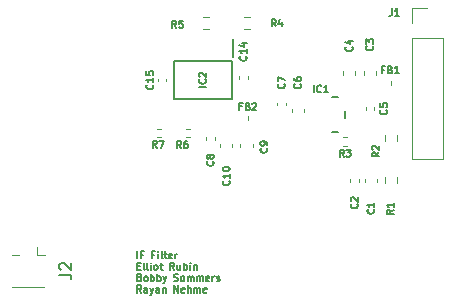
<source format=gbr>
%TF.GenerationSoftware,KiCad,Pcbnew,7.0.10*%
%TF.CreationDate,2024-02-25T20:31:22-06:00*%
%TF.ProjectId,IFBoard,4946426f-6172-4642-9e6b-696361645f70,rev?*%
%TF.SameCoordinates,Original*%
%TF.FileFunction,Legend,Top*%
%TF.FilePolarity,Positive*%
%FSLAX46Y46*%
G04 Gerber Fmt 4.6, Leading zero omitted, Abs format (unit mm)*
G04 Created by KiCad (PCBNEW 7.0.10) date 2024-02-25 20:31:22*
%MOMM*%
%LPD*%
G01*
G04 APERTURE LIST*
%ADD10C,0.150000*%
%ADD11C,0.050000*%
%ADD12C,0.152400*%
%ADD13C,0.120000*%
%ADD14C,0.200000*%
G04 APERTURE END LIST*
D10*
X113041541Y-125220771D02*
X113041541Y-124620771D01*
X113527255Y-124906485D02*
X113327255Y-124906485D01*
X113327255Y-125220771D02*
X113327255Y-124620771D01*
X113327255Y-124620771D02*
X113612969Y-124620771D01*
X114498684Y-124906485D02*
X114298684Y-124906485D01*
X114298684Y-125220771D02*
X114298684Y-124620771D01*
X114298684Y-124620771D02*
X114584398Y-124620771D01*
X114812970Y-125220771D02*
X114812970Y-124820771D01*
X114812970Y-124620771D02*
X114784398Y-124649342D01*
X114784398Y-124649342D02*
X114812970Y-124677914D01*
X114812970Y-124677914D02*
X114841541Y-124649342D01*
X114841541Y-124649342D02*
X114812970Y-124620771D01*
X114812970Y-124620771D02*
X114812970Y-124677914D01*
X115184398Y-125220771D02*
X115127255Y-125192200D01*
X115127255Y-125192200D02*
X115098684Y-125135057D01*
X115098684Y-125135057D02*
X115098684Y-124620771D01*
X115327255Y-124820771D02*
X115555827Y-124820771D01*
X115412970Y-124620771D02*
X115412970Y-125135057D01*
X115412970Y-125135057D02*
X115441541Y-125192200D01*
X115441541Y-125192200D02*
X115498684Y-125220771D01*
X115498684Y-125220771D02*
X115555827Y-125220771D01*
X115984398Y-125192200D02*
X115927255Y-125220771D01*
X115927255Y-125220771D02*
X115812970Y-125220771D01*
X115812970Y-125220771D02*
X115755827Y-125192200D01*
X115755827Y-125192200D02*
X115727255Y-125135057D01*
X115727255Y-125135057D02*
X115727255Y-124906485D01*
X115727255Y-124906485D02*
X115755827Y-124849342D01*
X115755827Y-124849342D02*
X115812970Y-124820771D01*
X115812970Y-124820771D02*
X115927255Y-124820771D01*
X115927255Y-124820771D02*
X115984398Y-124849342D01*
X115984398Y-124849342D02*
X116012970Y-124906485D01*
X116012970Y-124906485D02*
X116012970Y-124963628D01*
X116012970Y-124963628D02*
X115727255Y-125020771D01*
X116270113Y-125220771D02*
X116270113Y-124820771D01*
X116270113Y-124935057D02*
X116298684Y-124877914D01*
X116298684Y-124877914D02*
X116327256Y-124849342D01*
X116327256Y-124849342D02*
X116384398Y-124820771D01*
X116384398Y-124820771D02*
X116441541Y-124820771D01*
X113041541Y-125872485D02*
X113241541Y-125872485D01*
X113327255Y-126186771D02*
X113041541Y-126186771D01*
X113041541Y-126186771D02*
X113041541Y-125586771D01*
X113041541Y-125586771D02*
X113327255Y-125586771D01*
X113670112Y-126186771D02*
X113612969Y-126158200D01*
X113612969Y-126158200D02*
X113584398Y-126101057D01*
X113584398Y-126101057D02*
X113584398Y-125586771D01*
X113984398Y-126186771D02*
X113927255Y-126158200D01*
X113927255Y-126158200D02*
X113898684Y-126101057D01*
X113898684Y-126101057D02*
X113898684Y-125586771D01*
X114212970Y-126186771D02*
X114212970Y-125786771D01*
X114212970Y-125586771D02*
X114184398Y-125615342D01*
X114184398Y-125615342D02*
X114212970Y-125643914D01*
X114212970Y-125643914D02*
X114241541Y-125615342D01*
X114241541Y-125615342D02*
X114212970Y-125586771D01*
X114212970Y-125586771D02*
X114212970Y-125643914D01*
X114584398Y-126186771D02*
X114527255Y-126158200D01*
X114527255Y-126158200D02*
X114498684Y-126129628D01*
X114498684Y-126129628D02*
X114470112Y-126072485D01*
X114470112Y-126072485D02*
X114470112Y-125901057D01*
X114470112Y-125901057D02*
X114498684Y-125843914D01*
X114498684Y-125843914D02*
X114527255Y-125815342D01*
X114527255Y-125815342D02*
X114584398Y-125786771D01*
X114584398Y-125786771D02*
X114670112Y-125786771D01*
X114670112Y-125786771D02*
X114727255Y-125815342D01*
X114727255Y-125815342D02*
X114755827Y-125843914D01*
X114755827Y-125843914D02*
X114784398Y-125901057D01*
X114784398Y-125901057D02*
X114784398Y-126072485D01*
X114784398Y-126072485D02*
X114755827Y-126129628D01*
X114755827Y-126129628D02*
X114727255Y-126158200D01*
X114727255Y-126158200D02*
X114670112Y-126186771D01*
X114670112Y-126186771D02*
X114584398Y-126186771D01*
X114955826Y-125786771D02*
X115184398Y-125786771D01*
X115041541Y-125586771D02*
X115041541Y-126101057D01*
X115041541Y-126101057D02*
X115070112Y-126158200D01*
X115070112Y-126158200D02*
X115127255Y-126186771D01*
X115127255Y-126186771D02*
X115184398Y-126186771D01*
X116184398Y-126186771D02*
X115984398Y-125901057D01*
X115841541Y-126186771D02*
X115841541Y-125586771D01*
X115841541Y-125586771D02*
X116070112Y-125586771D01*
X116070112Y-125586771D02*
X116127255Y-125615342D01*
X116127255Y-125615342D02*
X116155826Y-125643914D01*
X116155826Y-125643914D02*
X116184398Y-125701057D01*
X116184398Y-125701057D02*
X116184398Y-125786771D01*
X116184398Y-125786771D02*
X116155826Y-125843914D01*
X116155826Y-125843914D02*
X116127255Y-125872485D01*
X116127255Y-125872485D02*
X116070112Y-125901057D01*
X116070112Y-125901057D02*
X115841541Y-125901057D01*
X116698684Y-125786771D02*
X116698684Y-126186771D01*
X116441541Y-125786771D02*
X116441541Y-126101057D01*
X116441541Y-126101057D02*
X116470112Y-126158200D01*
X116470112Y-126158200D02*
X116527255Y-126186771D01*
X116527255Y-126186771D02*
X116612969Y-126186771D01*
X116612969Y-126186771D02*
X116670112Y-126158200D01*
X116670112Y-126158200D02*
X116698684Y-126129628D01*
X116984398Y-126186771D02*
X116984398Y-125586771D01*
X116984398Y-125815342D02*
X117041541Y-125786771D01*
X117041541Y-125786771D02*
X117155826Y-125786771D01*
X117155826Y-125786771D02*
X117212969Y-125815342D01*
X117212969Y-125815342D02*
X117241541Y-125843914D01*
X117241541Y-125843914D02*
X117270112Y-125901057D01*
X117270112Y-125901057D02*
X117270112Y-126072485D01*
X117270112Y-126072485D02*
X117241541Y-126129628D01*
X117241541Y-126129628D02*
X117212969Y-126158200D01*
X117212969Y-126158200D02*
X117155826Y-126186771D01*
X117155826Y-126186771D02*
X117041541Y-126186771D01*
X117041541Y-126186771D02*
X116984398Y-126158200D01*
X117527255Y-126186771D02*
X117527255Y-125786771D01*
X117527255Y-125586771D02*
X117498683Y-125615342D01*
X117498683Y-125615342D02*
X117527255Y-125643914D01*
X117527255Y-125643914D02*
X117555826Y-125615342D01*
X117555826Y-125615342D02*
X117527255Y-125586771D01*
X117527255Y-125586771D02*
X117527255Y-125643914D01*
X117812969Y-125786771D02*
X117812969Y-126186771D01*
X117812969Y-125843914D02*
X117841540Y-125815342D01*
X117841540Y-125815342D02*
X117898683Y-125786771D01*
X117898683Y-125786771D02*
X117984397Y-125786771D01*
X117984397Y-125786771D02*
X118041540Y-125815342D01*
X118041540Y-125815342D02*
X118070112Y-125872485D01*
X118070112Y-125872485D02*
X118070112Y-126186771D01*
X113241541Y-126838485D02*
X113327255Y-126867057D01*
X113327255Y-126867057D02*
X113355826Y-126895628D01*
X113355826Y-126895628D02*
X113384398Y-126952771D01*
X113384398Y-126952771D02*
X113384398Y-127038485D01*
X113384398Y-127038485D02*
X113355826Y-127095628D01*
X113355826Y-127095628D02*
X113327255Y-127124200D01*
X113327255Y-127124200D02*
X113270112Y-127152771D01*
X113270112Y-127152771D02*
X113041541Y-127152771D01*
X113041541Y-127152771D02*
X113041541Y-126552771D01*
X113041541Y-126552771D02*
X113241541Y-126552771D01*
X113241541Y-126552771D02*
X113298684Y-126581342D01*
X113298684Y-126581342D02*
X113327255Y-126609914D01*
X113327255Y-126609914D02*
X113355826Y-126667057D01*
X113355826Y-126667057D02*
X113355826Y-126724200D01*
X113355826Y-126724200D02*
X113327255Y-126781342D01*
X113327255Y-126781342D02*
X113298684Y-126809914D01*
X113298684Y-126809914D02*
X113241541Y-126838485D01*
X113241541Y-126838485D02*
X113041541Y-126838485D01*
X113727255Y-127152771D02*
X113670112Y-127124200D01*
X113670112Y-127124200D02*
X113641541Y-127095628D01*
X113641541Y-127095628D02*
X113612969Y-127038485D01*
X113612969Y-127038485D02*
X113612969Y-126867057D01*
X113612969Y-126867057D02*
X113641541Y-126809914D01*
X113641541Y-126809914D02*
X113670112Y-126781342D01*
X113670112Y-126781342D02*
X113727255Y-126752771D01*
X113727255Y-126752771D02*
X113812969Y-126752771D01*
X113812969Y-126752771D02*
X113870112Y-126781342D01*
X113870112Y-126781342D02*
X113898684Y-126809914D01*
X113898684Y-126809914D02*
X113927255Y-126867057D01*
X113927255Y-126867057D02*
X113927255Y-127038485D01*
X113927255Y-127038485D02*
X113898684Y-127095628D01*
X113898684Y-127095628D02*
X113870112Y-127124200D01*
X113870112Y-127124200D02*
X113812969Y-127152771D01*
X113812969Y-127152771D02*
X113727255Y-127152771D01*
X114184398Y-127152771D02*
X114184398Y-126552771D01*
X114184398Y-126781342D02*
X114241541Y-126752771D01*
X114241541Y-126752771D02*
X114355826Y-126752771D01*
X114355826Y-126752771D02*
X114412969Y-126781342D01*
X114412969Y-126781342D02*
X114441541Y-126809914D01*
X114441541Y-126809914D02*
X114470112Y-126867057D01*
X114470112Y-126867057D02*
X114470112Y-127038485D01*
X114470112Y-127038485D02*
X114441541Y-127095628D01*
X114441541Y-127095628D02*
X114412969Y-127124200D01*
X114412969Y-127124200D02*
X114355826Y-127152771D01*
X114355826Y-127152771D02*
X114241541Y-127152771D01*
X114241541Y-127152771D02*
X114184398Y-127124200D01*
X114727255Y-127152771D02*
X114727255Y-126552771D01*
X114727255Y-126781342D02*
X114784398Y-126752771D01*
X114784398Y-126752771D02*
X114898683Y-126752771D01*
X114898683Y-126752771D02*
X114955826Y-126781342D01*
X114955826Y-126781342D02*
X114984398Y-126809914D01*
X114984398Y-126809914D02*
X115012969Y-126867057D01*
X115012969Y-126867057D02*
X115012969Y-127038485D01*
X115012969Y-127038485D02*
X114984398Y-127095628D01*
X114984398Y-127095628D02*
X114955826Y-127124200D01*
X114955826Y-127124200D02*
X114898683Y-127152771D01*
X114898683Y-127152771D02*
X114784398Y-127152771D01*
X114784398Y-127152771D02*
X114727255Y-127124200D01*
X115212969Y-126752771D02*
X115355826Y-127152771D01*
X115498683Y-126752771D02*
X115355826Y-127152771D01*
X115355826Y-127152771D02*
X115298683Y-127295628D01*
X115298683Y-127295628D02*
X115270112Y-127324200D01*
X115270112Y-127324200D02*
X115212969Y-127352771D01*
X116155826Y-127124200D02*
X116241541Y-127152771D01*
X116241541Y-127152771D02*
X116384398Y-127152771D01*
X116384398Y-127152771D02*
X116441541Y-127124200D01*
X116441541Y-127124200D02*
X116470112Y-127095628D01*
X116470112Y-127095628D02*
X116498683Y-127038485D01*
X116498683Y-127038485D02*
X116498683Y-126981342D01*
X116498683Y-126981342D02*
X116470112Y-126924200D01*
X116470112Y-126924200D02*
X116441541Y-126895628D01*
X116441541Y-126895628D02*
X116384398Y-126867057D01*
X116384398Y-126867057D02*
X116270112Y-126838485D01*
X116270112Y-126838485D02*
X116212969Y-126809914D01*
X116212969Y-126809914D02*
X116184398Y-126781342D01*
X116184398Y-126781342D02*
X116155826Y-126724200D01*
X116155826Y-126724200D02*
X116155826Y-126667057D01*
X116155826Y-126667057D02*
X116184398Y-126609914D01*
X116184398Y-126609914D02*
X116212969Y-126581342D01*
X116212969Y-126581342D02*
X116270112Y-126552771D01*
X116270112Y-126552771D02*
X116412969Y-126552771D01*
X116412969Y-126552771D02*
X116498683Y-126581342D01*
X116841541Y-127152771D02*
X116784398Y-127124200D01*
X116784398Y-127124200D02*
X116755827Y-127095628D01*
X116755827Y-127095628D02*
X116727255Y-127038485D01*
X116727255Y-127038485D02*
X116727255Y-126867057D01*
X116727255Y-126867057D02*
X116755827Y-126809914D01*
X116755827Y-126809914D02*
X116784398Y-126781342D01*
X116784398Y-126781342D02*
X116841541Y-126752771D01*
X116841541Y-126752771D02*
X116927255Y-126752771D01*
X116927255Y-126752771D02*
X116984398Y-126781342D01*
X116984398Y-126781342D02*
X117012970Y-126809914D01*
X117012970Y-126809914D02*
X117041541Y-126867057D01*
X117041541Y-126867057D02*
X117041541Y-127038485D01*
X117041541Y-127038485D02*
X117012970Y-127095628D01*
X117012970Y-127095628D02*
X116984398Y-127124200D01*
X116984398Y-127124200D02*
X116927255Y-127152771D01*
X116927255Y-127152771D02*
X116841541Y-127152771D01*
X117298684Y-127152771D02*
X117298684Y-126752771D01*
X117298684Y-126809914D02*
X117327255Y-126781342D01*
X117327255Y-126781342D02*
X117384398Y-126752771D01*
X117384398Y-126752771D02*
X117470112Y-126752771D01*
X117470112Y-126752771D02*
X117527255Y-126781342D01*
X117527255Y-126781342D02*
X117555827Y-126838485D01*
X117555827Y-126838485D02*
X117555827Y-127152771D01*
X117555827Y-126838485D02*
X117584398Y-126781342D01*
X117584398Y-126781342D02*
X117641541Y-126752771D01*
X117641541Y-126752771D02*
X117727255Y-126752771D01*
X117727255Y-126752771D02*
X117784398Y-126781342D01*
X117784398Y-126781342D02*
X117812969Y-126838485D01*
X117812969Y-126838485D02*
X117812969Y-127152771D01*
X118098684Y-127152771D02*
X118098684Y-126752771D01*
X118098684Y-126809914D02*
X118127255Y-126781342D01*
X118127255Y-126781342D02*
X118184398Y-126752771D01*
X118184398Y-126752771D02*
X118270112Y-126752771D01*
X118270112Y-126752771D02*
X118327255Y-126781342D01*
X118327255Y-126781342D02*
X118355827Y-126838485D01*
X118355827Y-126838485D02*
X118355827Y-127152771D01*
X118355827Y-126838485D02*
X118384398Y-126781342D01*
X118384398Y-126781342D02*
X118441541Y-126752771D01*
X118441541Y-126752771D02*
X118527255Y-126752771D01*
X118527255Y-126752771D02*
X118584398Y-126781342D01*
X118584398Y-126781342D02*
X118612969Y-126838485D01*
X118612969Y-126838485D02*
X118612969Y-127152771D01*
X119127255Y-127124200D02*
X119070112Y-127152771D01*
X119070112Y-127152771D02*
X118955827Y-127152771D01*
X118955827Y-127152771D02*
X118898684Y-127124200D01*
X118898684Y-127124200D02*
X118870112Y-127067057D01*
X118870112Y-127067057D02*
X118870112Y-126838485D01*
X118870112Y-126838485D02*
X118898684Y-126781342D01*
X118898684Y-126781342D02*
X118955827Y-126752771D01*
X118955827Y-126752771D02*
X119070112Y-126752771D01*
X119070112Y-126752771D02*
X119127255Y-126781342D01*
X119127255Y-126781342D02*
X119155827Y-126838485D01*
X119155827Y-126838485D02*
X119155827Y-126895628D01*
X119155827Y-126895628D02*
X118870112Y-126952771D01*
X119412970Y-127152771D02*
X119412970Y-126752771D01*
X119412970Y-126867057D02*
X119441541Y-126809914D01*
X119441541Y-126809914D02*
X119470113Y-126781342D01*
X119470113Y-126781342D02*
X119527255Y-126752771D01*
X119527255Y-126752771D02*
X119584398Y-126752771D01*
X119755827Y-127124200D02*
X119812970Y-127152771D01*
X119812970Y-127152771D02*
X119927256Y-127152771D01*
X119927256Y-127152771D02*
X119984399Y-127124200D01*
X119984399Y-127124200D02*
X120012970Y-127067057D01*
X120012970Y-127067057D02*
X120012970Y-127038485D01*
X120012970Y-127038485D02*
X119984399Y-126981342D01*
X119984399Y-126981342D02*
X119927256Y-126952771D01*
X119927256Y-126952771D02*
X119841542Y-126952771D01*
X119841542Y-126952771D02*
X119784399Y-126924200D01*
X119784399Y-126924200D02*
X119755827Y-126867057D01*
X119755827Y-126867057D02*
X119755827Y-126838485D01*
X119755827Y-126838485D02*
X119784399Y-126781342D01*
X119784399Y-126781342D02*
X119841542Y-126752771D01*
X119841542Y-126752771D02*
X119927256Y-126752771D01*
X119927256Y-126752771D02*
X119984399Y-126781342D01*
X113384398Y-128118771D02*
X113184398Y-127833057D01*
X113041541Y-128118771D02*
X113041541Y-127518771D01*
X113041541Y-127518771D02*
X113270112Y-127518771D01*
X113270112Y-127518771D02*
X113327255Y-127547342D01*
X113327255Y-127547342D02*
X113355826Y-127575914D01*
X113355826Y-127575914D02*
X113384398Y-127633057D01*
X113384398Y-127633057D02*
X113384398Y-127718771D01*
X113384398Y-127718771D02*
X113355826Y-127775914D01*
X113355826Y-127775914D02*
X113327255Y-127804485D01*
X113327255Y-127804485D02*
X113270112Y-127833057D01*
X113270112Y-127833057D02*
X113041541Y-127833057D01*
X113898684Y-128118771D02*
X113898684Y-127804485D01*
X113898684Y-127804485D02*
X113870112Y-127747342D01*
X113870112Y-127747342D02*
X113812969Y-127718771D01*
X113812969Y-127718771D02*
X113698684Y-127718771D01*
X113698684Y-127718771D02*
X113641541Y-127747342D01*
X113898684Y-128090200D02*
X113841541Y-128118771D01*
X113841541Y-128118771D02*
X113698684Y-128118771D01*
X113698684Y-128118771D02*
X113641541Y-128090200D01*
X113641541Y-128090200D02*
X113612969Y-128033057D01*
X113612969Y-128033057D02*
X113612969Y-127975914D01*
X113612969Y-127975914D02*
X113641541Y-127918771D01*
X113641541Y-127918771D02*
X113698684Y-127890200D01*
X113698684Y-127890200D02*
X113841541Y-127890200D01*
X113841541Y-127890200D02*
X113898684Y-127861628D01*
X114127255Y-127718771D02*
X114270112Y-128118771D01*
X114412969Y-127718771D02*
X114270112Y-128118771D01*
X114270112Y-128118771D02*
X114212969Y-128261628D01*
X114212969Y-128261628D02*
X114184398Y-128290200D01*
X114184398Y-128290200D02*
X114127255Y-128318771D01*
X114898684Y-128118771D02*
X114898684Y-127804485D01*
X114898684Y-127804485D02*
X114870112Y-127747342D01*
X114870112Y-127747342D02*
X114812969Y-127718771D01*
X114812969Y-127718771D02*
X114698684Y-127718771D01*
X114698684Y-127718771D02*
X114641541Y-127747342D01*
X114898684Y-128090200D02*
X114841541Y-128118771D01*
X114841541Y-128118771D02*
X114698684Y-128118771D01*
X114698684Y-128118771D02*
X114641541Y-128090200D01*
X114641541Y-128090200D02*
X114612969Y-128033057D01*
X114612969Y-128033057D02*
X114612969Y-127975914D01*
X114612969Y-127975914D02*
X114641541Y-127918771D01*
X114641541Y-127918771D02*
X114698684Y-127890200D01*
X114698684Y-127890200D02*
X114841541Y-127890200D01*
X114841541Y-127890200D02*
X114898684Y-127861628D01*
X115184398Y-127718771D02*
X115184398Y-128118771D01*
X115184398Y-127775914D02*
X115212969Y-127747342D01*
X115212969Y-127747342D02*
X115270112Y-127718771D01*
X115270112Y-127718771D02*
X115355826Y-127718771D01*
X115355826Y-127718771D02*
X115412969Y-127747342D01*
X115412969Y-127747342D02*
X115441541Y-127804485D01*
X115441541Y-127804485D02*
X115441541Y-128118771D01*
X116184398Y-128118771D02*
X116184398Y-127518771D01*
X116184398Y-127518771D02*
X116527255Y-128118771D01*
X116527255Y-128118771D02*
X116527255Y-127518771D01*
X117041540Y-128090200D02*
X116984397Y-128118771D01*
X116984397Y-128118771D02*
X116870112Y-128118771D01*
X116870112Y-128118771D02*
X116812969Y-128090200D01*
X116812969Y-128090200D02*
X116784397Y-128033057D01*
X116784397Y-128033057D02*
X116784397Y-127804485D01*
X116784397Y-127804485D02*
X116812969Y-127747342D01*
X116812969Y-127747342D02*
X116870112Y-127718771D01*
X116870112Y-127718771D02*
X116984397Y-127718771D01*
X116984397Y-127718771D02*
X117041540Y-127747342D01*
X117041540Y-127747342D02*
X117070112Y-127804485D01*
X117070112Y-127804485D02*
X117070112Y-127861628D01*
X117070112Y-127861628D02*
X116784397Y-127918771D01*
X117327255Y-128118771D02*
X117327255Y-127518771D01*
X117584398Y-128118771D02*
X117584398Y-127804485D01*
X117584398Y-127804485D02*
X117555826Y-127747342D01*
X117555826Y-127747342D02*
X117498683Y-127718771D01*
X117498683Y-127718771D02*
X117412969Y-127718771D01*
X117412969Y-127718771D02*
X117355826Y-127747342D01*
X117355826Y-127747342D02*
X117327255Y-127775914D01*
X117870112Y-128118771D02*
X117870112Y-127718771D01*
X117870112Y-127775914D02*
X117898683Y-127747342D01*
X117898683Y-127747342D02*
X117955826Y-127718771D01*
X117955826Y-127718771D02*
X118041540Y-127718771D01*
X118041540Y-127718771D02*
X118098683Y-127747342D01*
X118098683Y-127747342D02*
X118127255Y-127804485D01*
X118127255Y-127804485D02*
X118127255Y-128118771D01*
X118127255Y-127804485D02*
X118155826Y-127747342D01*
X118155826Y-127747342D02*
X118212969Y-127718771D01*
X118212969Y-127718771D02*
X118298683Y-127718771D01*
X118298683Y-127718771D02*
X118355826Y-127747342D01*
X118355826Y-127747342D02*
X118384397Y-127804485D01*
X118384397Y-127804485D02*
X118384397Y-128118771D01*
X118898683Y-128090200D02*
X118841540Y-128118771D01*
X118841540Y-128118771D02*
X118727255Y-128118771D01*
X118727255Y-128118771D02*
X118670112Y-128090200D01*
X118670112Y-128090200D02*
X118641540Y-128033057D01*
X118641540Y-128033057D02*
X118641540Y-127804485D01*
X118641540Y-127804485D02*
X118670112Y-127747342D01*
X118670112Y-127747342D02*
X118727255Y-127718771D01*
X118727255Y-127718771D02*
X118841540Y-127718771D01*
X118841540Y-127718771D02*
X118898683Y-127747342D01*
X118898683Y-127747342D02*
X118927255Y-127804485D01*
X118927255Y-127804485D02*
X118927255Y-127861628D01*
X118927255Y-127861628D02*
X118641540Y-127918771D01*
X133950000Y-109255485D02*
X133750000Y-109255485D01*
X133750000Y-109569771D02*
X133750000Y-108969771D01*
X133750000Y-108969771D02*
X134035714Y-108969771D01*
X134464286Y-109255485D02*
X134550000Y-109284057D01*
X134550000Y-109284057D02*
X134578571Y-109312628D01*
X134578571Y-109312628D02*
X134607143Y-109369771D01*
X134607143Y-109369771D02*
X134607143Y-109455485D01*
X134607143Y-109455485D02*
X134578571Y-109512628D01*
X134578571Y-109512628D02*
X134550000Y-109541200D01*
X134550000Y-109541200D02*
X134492857Y-109569771D01*
X134492857Y-109569771D02*
X134264286Y-109569771D01*
X134264286Y-109569771D02*
X134264286Y-108969771D01*
X134264286Y-108969771D02*
X134464286Y-108969771D01*
X134464286Y-108969771D02*
X134521429Y-108998342D01*
X134521429Y-108998342D02*
X134550000Y-109026914D01*
X134550000Y-109026914D02*
X134578571Y-109084057D01*
X134578571Y-109084057D02*
X134578571Y-109141200D01*
X134578571Y-109141200D02*
X134550000Y-109198342D01*
X134550000Y-109198342D02*
X134521429Y-109226914D01*
X134521429Y-109226914D02*
X134464286Y-109255485D01*
X134464286Y-109255485D02*
X134264286Y-109255485D01*
X135178571Y-109569771D02*
X134835714Y-109569771D01*
X135007143Y-109569771D02*
X135007143Y-108969771D01*
X135007143Y-108969771D02*
X134950000Y-109055485D01*
X134950000Y-109055485D02*
X134892857Y-109112628D01*
X134892857Y-109112628D02*
X134835714Y-109141200D01*
X128014286Y-111169771D02*
X128014286Y-110569771D01*
X128642857Y-111112628D02*
X128614285Y-111141200D01*
X128614285Y-111141200D02*
X128528571Y-111169771D01*
X128528571Y-111169771D02*
X128471428Y-111169771D01*
X128471428Y-111169771D02*
X128385714Y-111141200D01*
X128385714Y-111141200D02*
X128328571Y-111084057D01*
X128328571Y-111084057D02*
X128300000Y-111026914D01*
X128300000Y-111026914D02*
X128271428Y-110912628D01*
X128271428Y-110912628D02*
X128271428Y-110826914D01*
X128271428Y-110826914D02*
X128300000Y-110712628D01*
X128300000Y-110712628D02*
X128328571Y-110655485D01*
X128328571Y-110655485D02*
X128385714Y-110598342D01*
X128385714Y-110598342D02*
X128471428Y-110569771D01*
X128471428Y-110569771D02*
X128528571Y-110569771D01*
X128528571Y-110569771D02*
X128614285Y-110598342D01*
X128614285Y-110598342D02*
X128642857Y-110626914D01*
X129214285Y-111169771D02*
X128871428Y-111169771D01*
X129042857Y-111169771D02*
X129042857Y-110569771D01*
X129042857Y-110569771D02*
X128985714Y-110655485D01*
X128985714Y-110655485D02*
X128928571Y-110712628D01*
X128928571Y-110712628D02*
X128871428Y-110741200D01*
X120812628Y-118642714D02*
X120841200Y-118671286D01*
X120841200Y-118671286D02*
X120869771Y-118757000D01*
X120869771Y-118757000D02*
X120869771Y-118814143D01*
X120869771Y-118814143D02*
X120841200Y-118899857D01*
X120841200Y-118899857D02*
X120784057Y-118957000D01*
X120784057Y-118957000D02*
X120726914Y-118985571D01*
X120726914Y-118985571D02*
X120612628Y-119014143D01*
X120612628Y-119014143D02*
X120526914Y-119014143D01*
X120526914Y-119014143D02*
X120412628Y-118985571D01*
X120412628Y-118985571D02*
X120355485Y-118957000D01*
X120355485Y-118957000D02*
X120298342Y-118899857D01*
X120298342Y-118899857D02*
X120269771Y-118814143D01*
X120269771Y-118814143D02*
X120269771Y-118757000D01*
X120269771Y-118757000D02*
X120298342Y-118671286D01*
X120298342Y-118671286D02*
X120326914Y-118642714D01*
X120869771Y-118071286D02*
X120869771Y-118414143D01*
X120869771Y-118242714D02*
X120269771Y-118242714D01*
X120269771Y-118242714D02*
X120355485Y-118299857D01*
X120355485Y-118299857D02*
X120412628Y-118357000D01*
X120412628Y-118357000D02*
X120441200Y-118414143D01*
X120269771Y-117699857D02*
X120269771Y-117642714D01*
X120269771Y-117642714D02*
X120298342Y-117585571D01*
X120298342Y-117585571D02*
X120326914Y-117557000D01*
X120326914Y-117557000D02*
X120384057Y-117528428D01*
X120384057Y-117528428D02*
X120498342Y-117499857D01*
X120498342Y-117499857D02*
X120641200Y-117499857D01*
X120641200Y-117499857D02*
X120755485Y-117528428D01*
X120755485Y-117528428D02*
X120812628Y-117557000D01*
X120812628Y-117557000D02*
X120841200Y-117585571D01*
X120841200Y-117585571D02*
X120869771Y-117642714D01*
X120869771Y-117642714D02*
X120869771Y-117699857D01*
X120869771Y-117699857D02*
X120841200Y-117757000D01*
X120841200Y-117757000D02*
X120812628Y-117785571D01*
X120812628Y-117785571D02*
X120755485Y-117814142D01*
X120755485Y-117814142D02*
X120641200Y-117842714D01*
X120641200Y-117842714D02*
X120498342Y-117842714D01*
X120498342Y-117842714D02*
X120384057Y-117814142D01*
X120384057Y-117814142D02*
X120326914Y-117785571D01*
X120326914Y-117785571D02*
X120298342Y-117757000D01*
X120298342Y-117757000D02*
X120269771Y-117699857D01*
X122242628Y-108109714D02*
X122271200Y-108138286D01*
X122271200Y-108138286D02*
X122299771Y-108224000D01*
X122299771Y-108224000D02*
X122299771Y-108281143D01*
X122299771Y-108281143D02*
X122271200Y-108366857D01*
X122271200Y-108366857D02*
X122214057Y-108424000D01*
X122214057Y-108424000D02*
X122156914Y-108452571D01*
X122156914Y-108452571D02*
X122042628Y-108481143D01*
X122042628Y-108481143D02*
X121956914Y-108481143D01*
X121956914Y-108481143D02*
X121842628Y-108452571D01*
X121842628Y-108452571D02*
X121785485Y-108424000D01*
X121785485Y-108424000D02*
X121728342Y-108366857D01*
X121728342Y-108366857D02*
X121699771Y-108281143D01*
X121699771Y-108281143D02*
X121699771Y-108224000D01*
X121699771Y-108224000D02*
X121728342Y-108138286D01*
X121728342Y-108138286D02*
X121756914Y-108109714D01*
X122299771Y-107538286D02*
X122299771Y-107881143D01*
X122299771Y-107709714D02*
X121699771Y-107709714D01*
X121699771Y-107709714D02*
X121785485Y-107766857D01*
X121785485Y-107766857D02*
X121842628Y-107824000D01*
X121842628Y-107824000D02*
X121871200Y-107881143D01*
X121899771Y-107024000D02*
X122299771Y-107024000D01*
X121671200Y-107166857D02*
X122099771Y-107309714D01*
X122099771Y-107309714D02*
X122099771Y-106938285D01*
X116360000Y-105693771D02*
X116160000Y-105408057D01*
X116017143Y-105693771D02*
X116017143Y-105093771D01*
X116017143Y-105093771D02*
X116245714Y-105093771D01*
X116245714Y-105093771D02*
X116302857Y-105122342D01*
X116302857Y-105122342D02*
X116331428Y-105150914D01*
X116331428Y-105150914D02*
X116360000Y-105208057D01*
X116360000Y-105208057D02*
X116360000Y-105293771D01*
X116360000Y-105293771D02*
X116331428Y-105350914D01*
X116331428Y-105350914D02*
X116302857Y-105379485D01*
X116302857Y-105379485D02*
X116245714Y-105408057D01*
X116245714Y-105408057D02*
X116017143Y-105408057D01*
X116902857Y-105093771D02*
X116617143Y-105093771D01*
X116617143Y-105093771D02*
X116588571Y-105379485D01*
X116588571Y-105379485D02*
X116617143Y-105350914D01*
X116617143Y-105350914D02*
X116674286Y-105322342D01*
X116674286Y-105322342D02*
X116817143Y-105322342D01*
X116817143Y-105322342D02*
X116874286Y-105350914D01*
X116874286Y-105350914D02*
X116902857Y-105379485D01*
X116902857Y-105379485D02*
X116931428Y-105436628D01*
X116931428Y-105436628D02*
X116931428Y-105579485D01*
X116931428Y-105579485D02*
X116902857Y-105636628D01*
X116902857Y-105636628D02*
X116874286Y-105665200D01*
X116874286Y-105665200D02*
X116817143Y-105693771D01*
X116817143Y-105693771D02*
X116674286Y-105693771D01*
X116674286Y-105693771D02*
X116617143Y-105665200D01*
X116617143Y-105665200D02*
X116588571Y-105636628D01*
X134122628Y-112649999D02*
X134151200Y-112678571D01*
X134151200Y-112678571D02*
X134179771Y-112764285D01*
X134179771Y-112764285D02*
X134179771Y-112821428D01*
X134179771Y-112821428D02*
X134151200Y-112907142D01*
X134151200Y-112907142D02*
X134094057Y-112964285D01*
X134094057Y-112964285D02*
X134036914Y-112992856D01*
X134036914Y-112992856D02*
X133922628Y-113021428D01*
X133922628Y-113021428D02*
X133836914Y-113021428D01*
X133836914Y-113021428D02*
X133722628Y-112992856D01*
X133722628Y-112992856D02*
X133665485Y-112964285D01*
X133665485Y-112964285D02*
X133608342Y-112907142D01*
X133608342Y-112907142D02*
X133579771Y-112821428D01*
X133579771Y-112821428D02*
X133579771Y-112764285D01*
X133579771Y-112764285D02*
X133608342Y-112678571D01*
X133608342Y-112678571D02*
X133636914Y-112649999D01*
X133579771Y-112107142D02*
X133579771Y-112392856D01*
X133579771Y-112392856D02*
X133865485Y-112421428D01*
X133865485Y-112421428D02*
X133836914Y-112392856D01*
X133836914Y-112392856D02*
X133808342Y-112335714D01*
X133808342Y-112335714D02*
X133808342Y-112192856D01*
X133808342Y-112192856D02*
X133836914Y-112135714D01*
X133836914Y-112135714D02*
X133865485Y-112107142D01*
X133865485Y-112107142D02*
X133922628Y-112078571D01*
X133922628Y-112078571D02*
X134065485Y-112078571D01*
X134065485Y-112078571D02*
X134122628Y-112107142D01*
X134122628Y-112107142D02*
X134151200Y-112135714D01*
X134151200Y-112135714D02*
X134179771Y-112192856D01*
X134179771Y-112192856D02*
X134179771Y-112335714D01*
X134179771Y-112335714D02*
X134151200Y-112392856D01*
X134151200Y-112392856D02*
X134122628Y-112421428D01*
X125462628Y-110449999D02*
X125491200Y-110478571D01*
X125491200Y-110478571D02*
X125519771Y-110564285D01*
X125519771Y-110564285D02*
X125519771Y-110621428D01*
X125519771Y-110621428D02*
X125491200Y-110707142D01*
X125491200Y-110707142D02*
X125434057Y-110764285D01*
X125434057Y-110764285D02*
X125376914Y-110792856D01*
X125376914Y-110792856D02*
X125262628Y-110821428D01*
X125262628Y-110821428D02*
X125176914Y-110821428D01*
X125176914Y-110821428D02*
X125062628Y-110792856D01*
X125062628Y-110792856D02*
X125005485Y-110764285D01*
X125005485Y-110764285D02*
X124948342Y-110707142D01*
X124948342Y-110707142D02*
X124919771Y-110621428D01*
X124919771Y-110621428D02*
X124919771Y-110564285D01*
X124919771Y-110564285D02*
X124948342Y-110478571D01*
X124948342Y-110478571D02*
X124976914Y-110449999D01*
X124919771Y-110249999D02*
X124919771Y-109849999D01*
X124919771Y-109849999D02*
X125519771Y-110107142D01*
X130550000Y-116619771D02*
X130350000Y-116334057D01*
X130207143Y-116619771D02*
X130207143Y-116019771D01*
X130207143Y-116019771D02*
X130435714Y-116019771D01*
X130435714Y-116019771D02*
X130492857Y-116048342D01*
X130492857Y-116048342D02*
X130521428Y-116076914D01*
X130521428Y-116076914D02*
X130550000Y-116134057D01*
X130550000Y-116134057D02*
X130550000Y-116219771D01*
X130550000Y-116219771D02*
X130521428Y-116276914D01*
X130521428Y-116276914D02*
X130492857Y-116305485D01*
X130492857Y-116305485D02*
X130435714Y-116334057D01*
X130435714Y-116334057D02*
X130207143Y-116334057D01*
X130750000Y-116019771D02*
X131121428Y-116019771D01*
X131121428Y-116019771D02*
X130921428Y-116248342D01*
X130921428Y-116248342D02*
X131007143Y-116248342D01*
X131007143Y-116248342D02*
X131064286Y-116276914D01*
X131064286Y-116276914D02*
X131092857Y-116305485D01*
X131092857Y-116305485D02*
X131121428Y-116362628D01*
X131121428Y-116362628D02*
X131121428Y-116505485D01*
X131121428Y-116505485D02*
X131092857Y-116562628D01*
X131092857Y-116562628D02*
X131064286Y-116591200D01*
X131064286Y-116591200D02*
X131007143Y-116619771D01*
X131007143Y-116619771D02*
X130835714Y-116619771D01*
X130835714Y-116619771D02*
X130778571Y-116591200D01*
X130778571Y-116591200D02*
X130750000Y-116562628D01*
X114700000Y-115869771D02*
X114500000Y-115584057D01*
X114357143Y-115869771D02*
X114357143Y-115269771D01*
X114357143Y-115269771D02*
X114585714Y-115269771D01*
X114585714Y-115269771D02*
X114642857Y-115298342D01*
X114642857Y-115298342D02*
X114671428Y-115326914D01*
X114671428Y-115326914D02*
X114700000Y-115384057D01*
X114700000Y-115384057D02*
X114700000Y-115469771D01*
X114700000Y-115469771D02*
X114671428Y-115526914D01*
X114671428Y-115526914D02*
X114642857Y-115555485D01*
X114642857Y-115555485D02*
X114585714Y-115584057D01*
X114585714Y-115584057D02*
X114357143Y-115584057D01*
X114900000Y-115269771D02*
X115300000Y-115269771D01*
X115300000Y-115269771D02*
X115042857Y-115869771D01*
X134769771Y-121124285D02*
X134484057Y-121324285D01*
X134769771Y-121467142D02*
X134169771Y-121467142D01*
X134169771Y-121467142D02*
X134169771Y-121238571D01*
X134169771Y-121238571D02*
X134198342Y-121181428D01*
X134198342Y-121181428D02*
X134226914Y-121152857D01*
X134226914Y-121152857D02*
X134284057Y-121124285D01*
X134284057Y-121124285D02*
X134369771Y-121124285D01*
X134369771Y-121124285D02*
X134426914Y-121152857D01*
X134426914Y-121152857D02*
X134455485Y-121181428D01*
X134455485Y-121181428D02*
X134484057Y-121238571D01*
X134484057Y-121238571D02*
X134484057Y-121467142D01*
X134769771Y-120552857D02*
X134769771Y-120895714D01*
X134769771Y-120724285D02*
X134169771Y-120724285D01*
X134169771Y-120724285D02*
X134255485Y-120781428D01*
X134255485Y-120781428D02*
X134312628Y-120838571D01*
X134312628Y-120838571D02*
X134341200Y-120895714D01*
X114342628Y-110509714D02*
X114371200Y-110538286D01*
X114371200Y-110538286D02*
X114399771Y-110624000D01*
X114399771Y-110624000D02*
X114399771Y-110681143D01*
X114399771Y-110681143D02*
X114371200Y-110766857D01*
X114371200Y-110766857D02*
X114314057Y-110824000D01*
X114314057Y-110824000D02*
X114256914Y-110852571D01*
X114256914Y-110852571D02*
X114142628Y-110881143D01*
X114142628Y-110881143D02*
X114056914Y-110881143D01*
X114056914Y-110881143D02*
X113942628Y-110852571D01*
X113942628Y-110852571D02*
X113885485Y-110824000D01*
X113885485Y-110824000D02*
X113828342Y-110766857D01*
X113828342Y-110766857D02*
X113799771Y-110681143D01*
X113799771Y-110681143D02*
X113799771Y-110624000D01*
X113799771Y-110624000D02*
X113828342Y-110538286D01*
X113828342Y-110538286D02*
X113856914Y-110509714D01*
X114399771Y-109938286D02*
X114399771Y-110281143D01*
X114399771Y-110109714D02*
X113799771Y-110109714D01*
X113799771Y-110109714D02*
X113885485Y-110166857D01*
X113885485Y-110166857D02*
X113942628Y-110224000D01*
X113942628Y-110224000D02*
X113971200Y-110281143D01*
X113799771Y-109395428D02*
X113799771Y-109681142D01*
X113799771Y-109681142D02*
X114085485Y-109709714D01*
X114085485Y-109709714D02*
X114056914Y-109681142D01*
X114056914Y-109681142D02*
X114028342Y-109624000D01*
X114028342Y-109624000D02*
X114028342Y-109481142D01*
X114028342Y-109481142D02*
X114056914Y-109424000D01*
X114056914Y-109424000D02*
X114085485Y-109395428D01*
X114085485Y-109395428D02*
X114142628Y-109366857D01*
X114142628Y-109366857D02*
X114285485Y-109366857D01*
X114285485Y-109366857D02*
X114342628Y-109395428D01*
X114342628Y-109395428D02*
X114371200Y-109424000D01*
X114371200Y-109424000D02*
X114399771Y-109481142D01*
X114399771Y-109481142D02*
X114399771Y-109624000D01*
X114399771Y-109624000D02*
X114371200Y-109681142D01*
X114371200Y-109681142D02*
X114342628Y-109709714D01*
X134599999Y-104069771D02*
X134599999Y-104498342D01*
X134599999Y-104498342D02*
X134571428Y-104584057D01*
X134571428Y-104584057D02*
X134514285Y-104641200D01*
X134514285Y-104641200D02*
X134428571Y-104669771D01*
X134428571Y-104669771D02*
X134371428Y-104669771D01*
X135199999Y-104669771D02*
X134857142Y-104669771D01*
X135028571Y-104669771D02*
X135028571Y-104069771D01*
X135028571Y-104069771D02*
X134971428Y-104155485D01*
X134971428Y-104155485D02*
X134914285Y-104212628D01*
X134914285Y-104212628D02*
X134857142Y-104241200D01*
X131662628Y-120624285D02*
X131691200Y-120652857D01*
X131691200Y-120652857D02*
X131719771Y-120738571D01*
X131719771Y-120738571D02*
X131719771Y-120795714D01*
X131719771Y-120795714D02*
X131691200Y-120881428D01*
X131691200Y-120881428D02*
X131634057Y-120938571D01*
X131634057Y-120938571D02*
X131576914Y-120967142D01*
X131576914Y-120967142D02*
X131462628Y-120995714D01*
X131462628Y-120995714D02*
X131376914Y-120995714D01*
X131376914Y-120995714D02*
X131262628Y-120967142D01*
X131262628Y-120967142D02*
X131205485Y-120938571D01*
X131205485Y-120938571D02*
X131148342Y-120881428D01*
X131148342Y-120881428D02*
X131119771Y-120795714D01*
X131119771Y-120795714D02*
X131119771Y-120738571D01*
X131119771Y-120738571D02*
X131148342Y-120652857D01*
X131148342Y-120652857D02*
X131176914Y-120624285D01*
X131176914Y-120395714D02*
X131148342Y-120367142D01*
X131148342Y-120367142D02*
X131119771Y-120310000D01*
X131119771Y-120310000D02*
X131119771Y-120167142D01*
X131119771Y-120167142D02*
X131148342Y-120110000D01*
X131148342Y-120110000D02*
X131176914Y-120081428D01*
X131176914Y-120081428D02*
X131234057Y-120052857D01*
X131234057Y-120052857D02*
X131291200Y-120052857D01*
X131291200Y-120052857D02*
X131376914Y-120081428D01*
X131376914Y-120081428D02*
X131719771Y-120424285D01*
X131719771Y-120424285D02*
X131719771Y-120052857D01*
X124012628Y-115899999D02*
X124041200Y-115928571D01*
X124041200Y-115928571D02*
X124069771Y-116014285D01*
X124069771Y-116014285D02*
X124069771Y-116071428D01*
X124069771Y-116071428D02*
X124041200Y-116157142D01*
X124041200Y-116157142D02*
X123984057Y-116214285D01*
X123984057Y-116214285D02*
X123926914Y-116242856D01*
X123926914Y-116242856D02*
X123812628Y-116271428D01*
X123812628Y-116271428D02*
X123726914Y-116271428D01*
X123726914Y-116271428D02*
X123612628Y-116242856D01*
X123612628Y-116242856D02*
X123555485Y-116214285D01*
X123555485Y-116214285D02*
X123498342Y-116157142D01*
X123498342Y-116157142D02*
X123469771Y-116071428D01*
X123469771Y-116071428D02*
X123469771Y-116014285D01*
X123469771Y-116014285D02*
X123498342Y-115928571D01*
X123498342Y-115928571D02*
X123526914Y-115899999D01*
X124069771Y-115614285D02*
X124069771Y-115499999D01*
X124069771Y-115499999D02*
X124041200Y-115442856D01*
X124041200Y-115442856D02*
X124012628Y-115414285D01*
X124012628Y-115414285D02*
X123926914Y-115357142D01*
X123926914Y-115357142D02*
X123812628Y-115328571D01*
X123812628Y-115328571D02*
X123584057Y-115328571D01*
X123584057Y-115328571D02*
X123526914Y-115357142D01*
X123526914Y-115357142D02*
X123498342Y-115385714D01*
X123498342Y-115385714D02*
X123469771Y-115442856D01*
X123469771Y-115442856D02*
X123469771Y-115557142D01*
X123469771Y-115557142D02*
X123498342Y-115614285D01*
X123498342Y-115614285D02*
X123526914Y-115642856D01*
X123526914Y-115642856D02*
X123584057Y-115671428D01*
X123584057Y-115671428D02*
X123726914Y-115671428D01*
X123726914Y-115671428D02*
X123784057Y-115642856D01*
X123784057Y-115642856D02*
X123812628Y-115614285D01*
X123812628Y-115614285D02*
X123841200Y-115557142D01*
X123841200Y-115557142D02*
X123841200Y-115442856D01*
X123841200Y-115442856D02*
X123812628Y-115385714D01*
X123812628Y-115385714D02*
X123784057Y-115357142D01*
X123784057Y-115357142D02*
X123726914Y-115328571D01*
X133519771Y-116249999D02*
X133234057Y-116449999D01*
X133519771Y-116592856D02*
X132919771Y-116592856D01*
X132919771Y-116592856D02*
X132919771Y-116364285D01*
X132919771Y-116364285D02*
X132948342Y-116307142D01*
X132948342Y-116307142D02*
X132976914Y-116278571D01*
X132976914Y-116278571D02*
X133034057Y-116249999D01*
X133034057Y-116249999D02*
X133119771Y-116249999D01*
X133119771Y-116249999D02*
X133176914Y-116278571D01*
X133176914Y-116278571D02*
X133205485Y-116307142D01*
X133205485Y-116307142D02*
X133234057Y-116364285D01*
X133234057Y-116364285D02*
X133234057Y-116592856D01*
X132976914Y-116021428D02*
X132948342Y-115992856D01*
X132948342Y-115992856D02*
X132919771Y-115935714D01*
X132919771Y-115935714D02*
X132919771Y-115792856D01*
X132919771Y-115792856D02*
X132948342Y-115735714D01*
X132948342Y-115735714D02*
X132976914Y-115707142D01*
X132976914Y-115707142D02*
X133034057Y-115678571D01*
X133034057Y-115678571D02*
X133091200Y-115678571D01*
X133091200Y-115678571D02*
X133176914Y-115707142D01*
X133176914Y-115707142D02*
X133519771Y-116049999D01*
X133519771Y-116049999D02*
X133519771Y-115678571D01*
X132962628Y-107249999D02*
X132991200Y-107278571D01*
X132991200Y-107278571D02*
X133019771Y-107364285D01*
X133019771Y-107364285D02*
X133019771Y-107421428D01*
X133019771Y-107421428D02*
X132991200Y-107507142D01*
X132991200Y-107507142D02*
X132934057Y-107564285D01*
X132934057Y-107564285D02*
X132876914Y-107592856D01*
X132876914Y-107592856D02*
X132762628Y-107621428D01*
X132762628Y-107621428D02*
X132676914Y-107621428D01*
X132676914Y-107621428D02*
X132562628Y-107592856D01*
X132562628Y-107592856D02*
X132505485Y-107564285D01*
X132505485Y-107564285D02*
X132448342Y-107507142D01*
X132448342Y-107507142D02*
X132419771Y-107421428D01*
X132419771Y-107421428D02*
X132419771Y-107364285D01*
X132419771Y-107364285D02*
X132448342Y-107278571D01*
X132448342Y-107278571D02*
X132476914Y-107249999D01*
X132419771Y-107049999D02*
X132419771Y-106678571D01*
X132419771Y-106678571D02*
X132648342Y-106878571D01*
X132648342Y-106878571D02*
X132648342Y-106792856D01*
X132648342Y-106792856D02*
X132676914Y-106735714D01*
X132676914Y-106735714D02*
X132705485Y-106707142D01*
X132705485Y-106707142D02*
X132762628Y-106678571D01*
X132762628Y-106678571D02*
X132905485Y-106678571D01*
X132905485Y-106678571D02*
X132962628Y-106707142D01*
X132962628Y-106707142D02*
X132991200Y-106735714D01*
X132991200Y-106735714D02*
X133019771Y-106792856D01*
X133019771Y-106792856D02*
X133019771Y-106964285D01*
X133019771Y-106964285D02*
X132991200Y-107021428D01*
X132991200Y-107021428D02*
X132962628Y-107049999D01*
X131212628Y-107299999D02*
X131241200Y-107328571D01*
X131241200Y-107328571D02*
X131269771Y-107414285D01*
X131269771Y-107414285D02*
X131269771Y-107471428D01*
X131269771Y-107471428D02*
X131241200Y-107557142D01*
X131241200Y-107557142D02*
X131184057Y-107614285D01*
X131184057Y-107614285D02*
X131126914Y-107642856D01*
X131126914Y-107642856D02*
X131012628Y-107671428D01*
X131012628Y-107671428D02*
X130926914Y-107671428D01*
X130926914Y-107671428D02*
X130812628Y-107642856D01*
X130812628Y-107642856D02*
X130755485Y-107614285D01*
X130755485Y-107614285D02*
X130698342Y-107557142D01*
X130698342Y-107557142D02*
X130669771Y-107471428D01*
X130669771Y-107471428D02*
X130669771Y-107414285D01*
X130669771Y-107414285D02*
X130698342Y-107328571D01*
X130698342Y-107328571D02*
X130726914Y-107299999D01*
X130869771Y-106785714D02*
X131269771Y-106785714D01*
X130641200Y-106928571D02*
X131069771Y-107071428D01*
X131069771Y-107071428D02*
X131069771Y-106699999D01*
X106454819Y-126608333D02*
X107169104Y-126608333D01*
X107169104Y-126608333D02*
X107311961Y-126655952D01*
X107311961Y-126655952D02*
X107407200Y-126751190D01*
X107407200Y-126751190D02*
X107454819Y-126894047D01*
X107454819Y-126894047D02*
X107454819Y-126989285D01*
X106550057Y-126179761D02*
X106502438Y-126132142D01*
X106502438Y-126132142D02*
X106454819Y-126036904D01*
X106454819Y-126036904D02*
X106454819Y-125798809D01*
X106454819Y-125798809D02*
X106502438Y-125703571D01*
X106502438Y-125703571D02*
X106550057Y-125655952D01*
X106550057Y-125655952D02*
X106645295Y-125608333D01*
X106645295Y-125608333D02*
X106740533Y-125608333D01*
X106740533Y-125608333D02*
X106883390Y-125655952D01*
X106883390Y-125655952D02*
X107454819Y-126227380D01*
X107454819Y-126227380D02*
X107454819Y-125608333D01*
X116755000Y-115887771D02*
X116555000Y-115602057D01*
X116412143Y-115887771D02*
X116412143Y-115287771D01*
X116412143Y-115287771D02*
X116640714Y-115287771D01*
X116640714Y-115287771D02*
X116697857Y-115316342D01*
X116697857Y-115316342D02*
X116726428Y-115344914D01*
X116726428Y-115344914D02*
X116755000Y-115402057D01*
X116755000Y-115402057D02*
X116755000Y-115487771D01*
X116755000Y-115487771D02*
X116726428Y-115544914D01*
X116726428Y-115544914D02*
X116697857Y-115573485D01*
X116697857Y-115573485D02*
X116640714Y-115602057D01*
X116640714Y-115602057D02*
X116412143Y-115602057D01*
X117269286Y-115287771D02*
X117155000Y-115287771D01*
X117155000Y-115287771D02*
X117097857Y-115316342D01*
X117097857Y-115316342D02*
X117069286Y-115344914D01*
X117069286Y-115344914D02*
X117012143Y-115430628D01*
X117012143Y-115430628D02*
X116983571Y-115544914D01*
X116983571Y-115544914D02*
X116983571Y-115773485D01*
X116983571Y-115773485D02*
X117012143Y-115830628D01*
X117012143Y-115830628D02*
X117040714Y-115859200D01*
X117040714Y-115859200D02*
X117097857Y-115887771D01*
X117097857Y-115887771D02*
X117212143Y-115887771D01*
X117212143Y-115887771D02*
X117269286Y-115859200D01*
X117269286Y-115859200D02*
X117297857Y-115830628D01*
X117297857Y-115830628D02*
X117326428Y-115773485D01*
X117326428Y-115773485D02*
X117326428Y-115630628D01*
X117326428Y-115630628D02*
X117297857Y-115573485D01*
X117297857Y-115573485D02*
X117269286Y-115544914D01*
X117269286Y-115544914D02*
X117212143Y-115516342D01*
X117212143Y-115516342D02*
X117097857Y-115516342D01*
X117097857Y-115516342D02*
X117040714Y-115544914D01*
X117040714Y-115544914D02*
X117012143Y-115573485D01*
X117012143Y-115573485D02*
X116983571Y-115630628D01*
X119457628Y-117006999D02*
X119486200Y-117035571D01*
X119486200Y-117035571D02*
X119514771Y-117121285D01*
X119514771Y-117121285D02*
X119514771Y-117178428D01*
X119514771Y-117178428D02*
X119486200Y-117264142D01*
X119486200Y-117264142D02*
X119429057Y-117321285D01*
X119429057Y-117321285D02*
X119371914Y-117349856D01*
X119371914Y-117349856D02*
X119257628Y-117378428D01*
X119257628Y-117378428D02*
X119171914Y-117378428D01*
X119171914Y-117378428D02*
X119057628Y-117349856D01*
X119057628Y-117349856D02*
X119000485Y-117321285D01*
X119000485Y-117321285D02*
X118943342Y-117264142D01*
X118943342Y-117264142D02*
X118914771Y-117178428D01*
X118914771Y-117178428D02*
X118914771Y-117121285D01*
X118914771Y-117121285D02*
X118943342Y-117035571D01*
X118943342Y-117035571D02*
X118971914Y-117006999D01*
X119171914Y-116664142D02*
X119143342Y-116721285D01*
X119143342Y-116721285D02*
X119114771Y-116749856D01*
X119114771Y-116749856D02*
X119057628Y-116778428D01*
X119057628Y-116778428D02*
X119029057Y-116778428D01*
X119029057Y-116778428D02*
X118971914Y-116749856D01*
X118971914Y-116749856D02*
X118943342Y-116721285D01*
X118943342Y-116721285D02*
X118914771Y-116664142D01*
X118914771Y-116664142D02*
X118914771Y-116549856D01*
X118914771Y-116549856D02*
X118943342Y-116492714D01*
X118943342Y-116492714D02*
X118971914Y-116464142D01*
X118971914Y-116464142D02*
X119029057Y-116435571D01*
X119029057Y-116435571D02*
X119057628Y-116435571D01*
X119057628Y-116435571D02*
X119114771Y-116464142D01*
X119114771Y-116464142D02*
X119143342Y-116492714D01*
X119143342Y-116492714D02*
X119171914Y-116549856D01*
X119171914Y-116549856D02*
X119171914Y-116664142D01*
X119171914Y-116664142D02*
X119200485Y-116721285D01*
X119200485Y-116721285D02*
X119229057Y-116749856D01*
X119229057Y-116749856D02*
X119286200Y-116778428D01*
X119286200Y-116778428D02*
X119400485Y-116778428D01*
X119400485Y-116778428D02*
X119457628Y-116749856D01*
X119457628Y-116749856D02*
X119486200Y-116721285D01*
X119486200Y-116721285D02*
X119514771Y-116664142D01*
X119514771Y-116664142D02*
X119514771Y-116549856D01*
X119514771Y-116549856D02*
X119486200Y-116492714D01*
X119486200Y-116492714D02*
X119457628Y-116464142D01*
X119457628Y-116464142D02*
X119400485Y-116435571D01*
X119400485Y-116435571D02*
X119286200Y-116435571D01*
X119286200Y-116435571D02*
X119229057Y-116464142D01*
X119229057Y-116464142D02*
X119200485Y-116492714D01*
X119200485Y-116492714D02*
X119171914Y-116549856D01*
X124760000Y-105593771D02*
X124560000Y-105308057D01*
X124417143Y-105593771D02*
X124417143Y-104993771D01*
X124417143Y-104993771D02*
X124645714Y-104993771D01*
X124645714Y-104993771D02*
X124702857Y-105022342D01*
X124702857Y-105022342D02*
X124731428Y-105050914D01*
X124731428Y-105050914D02*
X124760000Y-105108057D01*
X124760000Y-105108057D02*
X124760000Y-105193771D01*
X124760000Y-105193771D02*
X124731428Y-105250914D01*
X124731428Y-105250914D02*
X124702857Y-105279485D01*
X124702857Y-105279485D02*
X124645714Y-105308057D01*
X124645714Y-105308057D02*
X124417143Y-105308057D01*
X125274286Y-105193771D02*
X125274286Y-105593771D01*
X125131428Y-104965200D02*
X124988571Y-105393771D01*
X124988571Y-105393771D02*
X125360000Y-105393771D01*
X118864771Y-110697713D02*
X118264771Y-110697713D01*
X118807628Y-110069142D02*
X118836200Y-110097714D01*
X118836200Y-110097714D02*
X118864771Y-110183428D01*
X118864771Y-110183428D02*
X118864771Y-110240571D01*
X118864771Y-110240571D02*
X118836200Y-110326285D01*
X118836200Y-110326285D02*
X118779057Y-110383428D01*
X118779057Y-110383428D02*
X118721914Y-110411999D01*
X118721914Y-110411999D02*
X118607628Y-110440571D01*
X118607628Y-110440571D02*
X118521914Y-110440571D01*
X118521914Y-110440571D02*
X118407628Y-110411999D01*
X118407628Y-110411999D02*
X118350485Y-110383428D01*
X118350485Y-110383428D02*
X118293342Y-110326285D01*
X118293342Y-110326285D02*
X118264771Y-110240571D01*
X118264771Y-110240571D02*
X118264771Y-110183428D01*
X118264771Y-110183428D02*
X118293342Y-110097714D01*
X118293342Y-110097714D02*
X118321914Y-110069142D01*
X118321914Y-109840571D02*
X118293342Y-109811999D01*
X118293342Y-109811999D02*
X118264771Y-109754857D01*
X118264771Y-109754857D02*
X118264771Y-109611999D01*
X118264771Y-109611999D02*
X118293342Y-109554857D01*
X118293342Y-109554857D02*
X118321914Y-109526285D01*
X118321914Y-109526285D02*
X118379057Y-109497714D01*
X118379057Y-109497714D02*
X118436200Y-109497714D01*
X118436200Y-109497714D02*
X118521914Y-109526285D01*
X118521914Y-109526285D02*
X118864771Y-109869142D01*
X118864771Y-109869142D02*
X118864771Y-109497714D01*
X133062628Y-121074285D02*
X133091200Y-121102857D01*
X133091200Y-121102857D02*
X133119771Y-121188571D01*
X133119771Y-121188571D02*
X133119771Y-121245714D01*
X133119771Y-121245714D02*
X133091200Y-121331428D01*
X133091200Y-121331428D02*
X133034057Y-121388571D01*
X133034057Y-121388571D02*
X132976914Y-121417142D01*
X132976914Y-121417142D02*
X132862628Y-121445714D01*
X132862628Y-121445714D02*
X132776914Y-121445714D01*
X132776914Y-121445714D02*
X132662628Y-121417142D01*
X132662628Y-121417142D02*
X132605485Y-121388571D01*
X132605485Y-121388571D02*
X132548342Y-121331428D01*
X132548342Y-121331428D02*
X132519771Y-121245714D01*
X132519771Y-121245714D02*
X132519771Y-121188571D01*
X132519771Y-121188571D02*
X132548342Y-121102857D01*
X132548342Y-121102857D02*
X132576914Y-121074285D01*
X133119771Y-120502857D02*
X133119771Y-120845714D01*
X133119771Y-120674285D02*
X132519771Y-120674285D01*
X132519771Y-120674285D02*
X132605485Y-120731428D01*
X132605485Y-120731428D02*
X132662628Y-120788571D01*
X132662628Y-120788571D02*
X132691200Y-120845714D01*
X121895000Y-112367485D02*
X121695000Y-112367485D01*
X121695000Y-112681771D02*
X121695000Y-112081771D01*
X121695000Y-112081771D02*
X121980714Y-112081771D01*
X122409286Y-112367485D02*
X122495000Y-112396057D01*
X122495000Y-112396057D02*
X122523571Y-112424628D01*
X122523571Y-112424628D02*
X122552143Y-112481771D01*
X122552143Y-112481771D02*
X122552143Y-112567485D01*
X122552143Y-112567485D02*
X122523571Y-112624628D01*
X122523571Y-112624628D02*
X122495000Y-112653200D01*
X122495000Y-112653200D02*
X122437857Y-112681771D01*
X122437857Y-112681771D02*
X122209286Y-112681771D01*
X122209286Y-112681771D02*
X122209286Y-112081771D01*
X122209286Y-112081771D02*
X122409286Y-112081771D01*
X122409286Y-112081771D02*
X122466429Y-112110342D01*
X122466429Y-112110342D02*
X122495000Y-112138914D01*
X122495000Y-112138914D02*
X122523571Y-112196057D01*
X122523571Y-112196057D02*
X122523571Y-112253200D01*
X122523571Y-112253200D02*
X122495000Y-112310342D01*
X122495000Y-112310342D02*
X122466429Y-112338914D01*
X122466429Y-112338914D02*
X122409286Y-112367485D01*
X122409286Y-112367485D02*
X122209286Y-112367485D01*
X122780714Y-112138914D02*
X122809286Y-112110342D01*
X122809286Y-112110342D02*
X122866429Y-112081771D01*
X122866429Y-112081771D02*
X123009286Y-112081771D01*
X123009286Y-112081771D02*
X123066429Y-112110342D01*
X123066429Y-112110342D02*
X123095000Y-112138914D01*
X123095000Y-112138914D02*
X123123571Y-112196057D01*
X123123571Y-112196057D02*
X123123571Y-112253200D01*
X123123571Y-112253200D02*
X123095000Y-112338914D01*
X123095000Y-112338914D02*
X122752143Y-112681771D01*
X122752143Y-112681771D02*
X123123571Y-112681771D01*
X126862628Y-110449999D02*
X126891200Y-110478571D01*
X126891200Y-110478571D02*
X126919771Y-110564285D01*
X126919771Y-110564285D02*
X126919771Y-110621428D01*
X126919771Y-110621428D02*
X126891200Y-110707142D01*
X126891200Y-110707142D02*
X126834057Y-110764285D01*
X126834057Y-110764285D02*
X126776914Y-110792856D01*
X126776914Y-110792856D02*
X126662628Y-110821428D01*
X126662628Y-110821428D02*
X126576914Y-110821428D01*
X126576914Y-110821428D02*
X126462628Y-110792856D01*
X126462628Y-110792856D02*
X126405485Y-110764285D01*
X126405485Y-110764285D02*
X126348342Y-110707142D01*
X126348342Y-110707142D02*
X126319771Y-110621428D01*
X126319771Y-110621428D02*
X126319771Y-110564285D01*
X126319771Y-110564285D02*
X126348342Y-110478571D01*
X126348342Y-110478571D02*
X126376914Y-110449999D01*
X126319771Y-109935714D02*
X126319771Y-110049999D01*
X126319771Y-110049999D02*
X126348342Y-110107142D01*
X126348342Y-110107142D02*
X126376914Y-110135714D01*
X126376914Y-110135714D02*
X126462628Y-110192856D01*
X126462628Y-110192856D02*
X126576914Y-110221428D01*
X126576914Y-110221428D02*
X126805485Y-110221428D01*
X126805485Y-110221428D02*
X126862628Y-110192856D01*
X126862628Y-110192856D02*
X126891200Y-110164285D01*
X126891200Y-110164285D02*
X126919771Y-110107142D01*
X126919771Y-110107142D02*
X126919771Y-109992856D01*
X126919771Y-109992856D02*
X126891200Y-109935714D01*
X126891200Y-109935714D02*
X126862628Y-109907142D01*
X126862628Y-109907142D02*
X126805485Y-109878571D01*
X126805485Y-109878571D02*
X126662628Y-109878571D01*
X126662628Y-109878571D02*
X126605485Y-109907142D01*
X126605485Y-109907142D02*
X126576914Y-109935714D01*
X126576914Y-109935714D02*
X126548342Y-109992856D01*
X126548342Y-109992856D02*
X126548342Y-110107142D01*
X126548342Y-110107142D02*
X126576914Y-110164285D01*
X126576914Y-110164285D02*
X126605485Y-110192856D01*
X126605485Y-110192856D02*
X126662628Y-110221428D01*
D11*
%TO.C,FB1*%
X134500000Y-110250000D02*
X134500000Y-110550000D01*
D12*
%TO.C,IC1*%
X129546000Y-114548600D02*
X130054000Y-114548600D01*
X130054000Y-111551400D02*
X129546000Y-111551400D01*
X130663600Y-113380200D02*
X130663600Y-112719800D01*
D13*
%TO.C,C10*%
X121105000Y-115510733D02*
X121105000Y-115803267D01*
X120085000Y-115510733D02*
X120085000Y-115803267D01*
%TO.C,C14*%
X122390000Y-109808165D02*
X122390000Y-110039835D01*
X121670000Y-109808165D02*
X121670000Y-110039835D01*
%TO.C,R5*%
X119102224Y-105846500D02*
X118592776Y-105846500D01*
X119102224Y-104801500D02*
X118592776Y-104801500D01*
%TO.C,C5*%
X133110000Y-112434165D02*
X133110000Y-112665835D01*
X132390000Y-112434165D02*
X132390000Y-112665835D01*
%TO.C,C7*%
X125610000Y-112034165D02*
X125610000Y-112265835D01*
X124890000Y-112034165D02*
X124890000Y-112265835D01*
%TO.C,R3*%
X130817621Y-115730000D02*
X130482379Y-115730000D01*
X130817621Y-114970000D02*
X130482379Y-114970000D01*
%TO.C,R7*%
X115012621Y-114992000D02*
X114677379Y-114992000D01*
X115012621Y-114232000D02*
X114677379Y-114232000D01*
%TO.C,R1*%
X135022500Y-118345276D02*
X135022500Y-118854724D01*
X133977500Y-118345276D02*
X133977500Y-118854724D01*
%TO.C,C15*%
X115490000Y-110008165D02*
X115490000Y-110239835D01*
X114770000Y-110008165D02*
X114770000Y-110239835D01*
%TO.C,J1*%
X136270000Y-103995000D02*
X137600000Y-103995000D01*
X136270000Y-105325000D02*
X136270000Y-103995000D01*
X136270000Y-106595000D02*
X136270000Y-116815000D01*
X136270000Y-106595000D02*
X138930000Y-106595000D01*
X136270000Y-116815000D02*
X138930000Y-116815000D01*
X138930000Y-106595000D02*
X138930000Y-116815000D01*
%TO.C,C2*%
X131810000Y-118508451D02*
X131810000Y-118740121D01*
X131090000Y-118508451D02*
X131090000Y-118740121D01*
%TO.C,C9*%
X122805000Y-115515733D02*
X122805000Y-115808267D01*
X121785000Y-115515733D02*
X121785000Y-115808267D01*
%TO.C,R2*%
X135022500Y-114795276D02*
X135022500Y-115304724D01*
X133977500Y-114795276D02*
X133977500Y-115304724D01*
%TO.C,C3*%
X132240000Y-109696267D02*
X132240000Y-109403733D01*
X133260000Y-109696267D02*
X133260000Y-109403733D01*
%TO.C,C4*%
X130490000Y-109696267D02*
X130490000Y-109403733D01*
X131510000Y-109696267D02*
X131510000Y-109403733D01*
%TO.C,J2*%
X105200000Y-124915000D02*
X104560000Y-124915000D01*
X104560000Y-124915000D02*
X104560000Y-124285000D01*
X102400000Y-124915000D02*
X103040000Y-124915000D01*
X105150000Y-127635000D02*
X102450000Y-127635000D01*
%TO.C,R6*%
X117512621Y-114992000D02*
X117177379Y-114992000D01*
X117512621Y-114232000D02*
X117177379Y-114232000D01*
%TO.C,C8*%
X119605000Y-114991165D02*
X119605000Y-115222835D01*
X118885000Y-114991165D02*
X118885000Y-115222835D01*
%TO.C,R4*%
X122552224Y-105846500D02*
X122042776Y-105846500D01*
X122552224Y-104801500D02*
X122042776Y-104801500D01*
D14*
%TO.C,IC2*%
X121175000Y-106637000D02*
X121175000Y-108162000D01*
X121046000Y-108512000D02*
X121046000Y-111712000D01*
X116144000Y-108512000D02*
X121046000Y-108512000D01*
X121046000Y-111712000D02*
X116144000Y-111712000D01*
X116144000Y-111712000D02*
X116144000Y-108512000D01*
D13*
%TO.C,C1*%
X133360000Y-118478019D02*
X133360000Y-118770553D01*
X132340000Y-118478019D02*
X132340000Y-118770553D01*
D11*
%TO.C,FB2*%
X122395000Y-113212000D02*
X122395000Y-113512000D01*
D13*
%TO.C,C6*%
X127160000Y-112553733D02*
X127160000Y-112846267D01*
X126140000Y-112553733D02*
X126140000Y-112846267D01*
%TD*%
M02*

</source>
